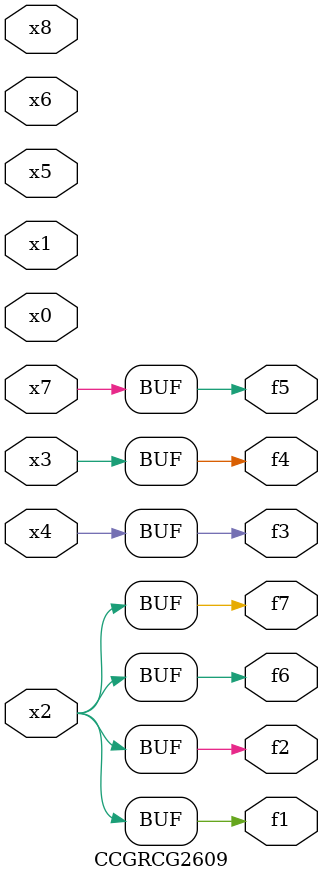
<source format=v>
module CCGRCG2609(
	input x0, x1, x2, x3, x4, x5, x6, x7, x8,
	output f1, f2, f3, f4, f5, f6, f7
);
	assign f1 = x2;
	assign f2 = x2;
	assign f3 = x4;
	assign f4 = x3;
	assign f5 = x7;
	assign f6 = x2;
	assign f7 = x2;
endmodule

</source>
